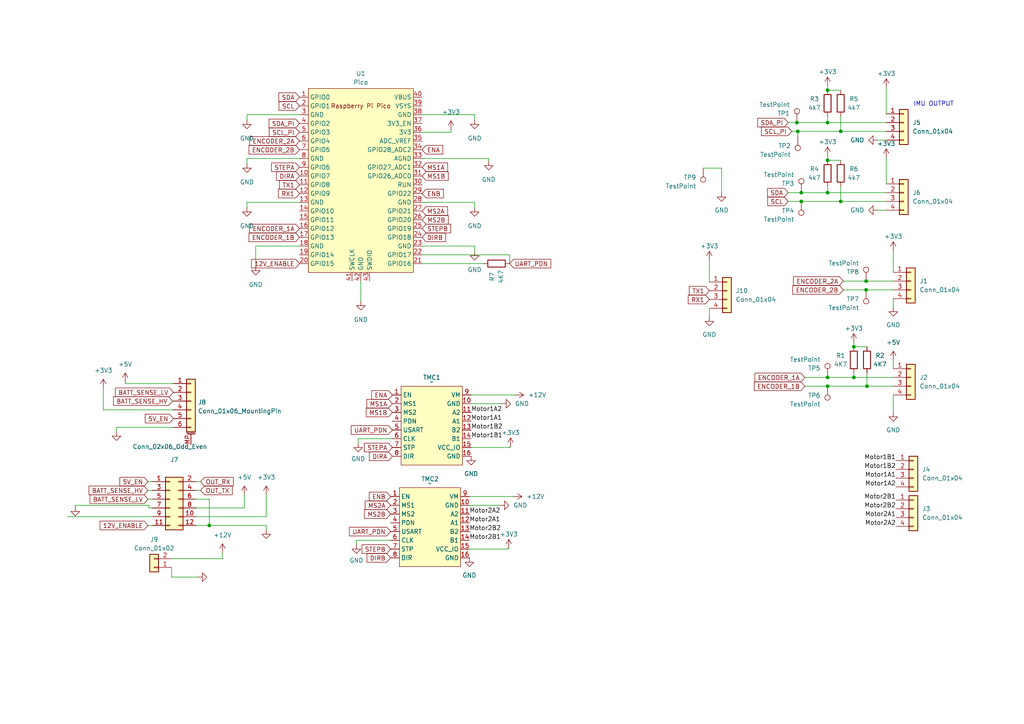
<source format=kicad_sch>
(kicad_sch (version 20231120) (generator "eeschema") (generator_version "8.0")
  (paper "A4")
  (title_block (title "Cacophony FYP E04 prototype 2") (company "FYP E04 "))
  (lib_symbols
    (symbol "Connector:TestPoint" (pin_numbers hide) (pin_names (offset 0.762) hide)
      (property "Reference" "TP" (at 0 6.858 0))
      (property "Value" "TestPoint" (at 0 5.08 0))
      (symbol "TestPoint_0_1"
        (circle (center 0 3.302) (radius 0.762))
      )
      (symbol "TestPoint_1_1"
        (pin passive line (at 0 0 90) (length 2.54) (name "1") (number "1"))
      )
    )
    (symbol "Connector_Generic:Conn_01x02" (pin_names (offset 1.016) hide)
      (property "Reference" "J" (at 0 2.54 0))
      (property "Value" "Conn_01x02" (at 0 -5.08 0))
      (symbol "Conn_01x02_1_1"
        (rectangle (start -1.27 -2.413) (end 0 -2.667) (stroke (width 0.1524)))
        (rectangle (start -1.27 0.127) (end 0 -0.127) (stroke (width 0.1524)))
        (rectangle (start -1.27 1.27) (end 1.27 -3.81) (stroke (width 0.254)) (fill (type background)))
        (pin passive line (at -5.08 0 0) (length 3.81) (name "Pin_1") (number "1"))
        (pin passive line (at -5.08 -2.54 0) (length 3.81) (name "Pin_2") (number "2"))
      )
    )
    (symbol "Connector_Generic:Conn_01x04" (pin_names (offset 1.016) hide)
      (property "Reference" "J" (at 0 5.08 0))
      (property "Value" "Conn_01x04" (at 0 -7.62 0))
      (symbol "Conn_01x04_1_1"
        (rectangle (start -1.27 -4.953) (end 0 -5.207) (stroke (width 0.1524)))
        (rectangle (start -1.27 -2.413) (end 0 -2.667) (stroke (width 0.1524)))
        (rectangle (start -1.27 0.127) (end 0 -0.127) (stroke (width 0.1524)))
        (rectangle (start -1.27 2.667) (end 0 2.413) (stroke (width 0.1524)))
        (rectangle (start -1.27 3.81) (end 1.27 -6.35) (stroke (width 0.254)) (fill (type background)))
        (pin passive line (at -5.08 2.54 0) (length 3.81) (name "Pin_1") (number "1"))
        (pin passive line (at -5.08 0 0) (length 3.81) (name "Pin_2") (number "2"))
        (pin passive line (at -5.08 -2.54 0) (length 3.81) (name "Pin_3") (number "3"))
        (pin passive line (at -5.08 -5.08 0) (length 3.81) (name "Pin_4") (number "4"))
      )
    )
    (symbol "Connector_Generic:Conn_02x06_Odd_Even" (pin_names (offset 1.016) hide)
      (property "Reference" "J" (at 1.27 7.62 0))
      (property "Value" "Conn_02x06_Odd_Even" (at 1.27 -10.16 0))
      (symbol "Conn_02x06_Odd_Even_1_1"
        (rectangle (start -1.27 -7.493) (end 0 -7.747) (stroke (width 0.1524)))
        (rectangle (start -1.27 -4.953) (end 0 -5.207) (stroke (width 0.1524)))
        (rectangle (start -1.27 -2.413) (end 0 -2.667) (stroke (width 0.1524)))
        (rectangle (start -1.27 0.127) (end 0 -0.127) (stroke (width 0.1524)))
        (rectangle (start -1.27 2.667) (end 0 2.413) (stroke (width 0.1524)))
        (rectangle (start -1.27 5.207) (end 0 4.953) (stroke (width 0.1524)))
        (rectangle (start -1.27 6.35) (end 3.81 -8.89) (stroke (width 0.254)) (fill (type background)))
        (rectangle (start 3.81 -7.493) (end 2.54 -7.747) (stroke (width 0.1524)))
        (rectangle (start 3.81 -4.953) (end 2.54 -5.207) (stroke (width 0.1524)))
        (rectangle (start 3.81 -2.413) (end 2.54 -2.667) (stroke (width 0.1524)))
        (rectangle (start 3.81 0.127) (end 2.54 -0.127) (stroke (width 0.1524)))
        (rectangle (start 3.81 2.667) (end 2.54 2.413) (stroke (width 0.1524)))
        (rectangle (start 3.81 5.207) (end 2.54 4.953) (stroke (width 0.1524)))
        (pin passive line (at -5.08 5.08 0) (length 3.81) (name "Pin_1") (number "1"))
        (pin passive line (at 7.62 -5.08 180) (length 3.81) (name "Pin_10") (number "10"))
        (pin passive line (at -5.08 -7.62 0) (length 3.81) (name "Pin_11") (number "11"))
        (pin passive line (at 7.62 -7.62 180) (length 3.81) (name "Pin_12") (number "12"))
        (pin passive line (at 7.62 5.08 180) (length 3.81) (name "Pin_2") (number "2"))
        (pin passive line (at -5.08 2.54 0) (length 3.81) (name "Pin_3") (number "3"))
        (pin passive line (at 7.62 2.54 180) (length 3.81) (name "Pin_4") (number "4"))
        (pin passive line (at -5.08 0 0) (length 3.81) (name "Pin_5") (number "5"))
        (pin passive line (at 7.62 0 180) (length 3.81) (name "Pin_6") (number "6"))
        (pin passive line (at -5.08 -2.54 0) (length 3.81) (name "Pin_7") (number "7"))
        (pin passive line (at 7.62 -2.54 180) (length 3.81) (name "Pin_8") (number "8"))
        (pin passive line (at -5.08 -5.08 0) (length 3.81) (name "Pin_9") (number "9"))
      )
    )
    (symbol "Connector_Generic_MountingPin:Conn_01x06_MountingPin" (pin_names (offset 1.016) hide)
      (property "Reference" "J" (at 0 7.62 0))
      (property "Value" "Conn_01x06_MountingPin" (at 1.27 -10.16 0))
      (symbol "Conn_01x06_MountingPin_1_1"
        (rectangle (start -1.27 -7.493) (end 0 -7.747) (stroke (width 0.1524)))
        (rectangle (start -1.27 -4.953) (end 0 -5.207) (stroke (width 0.1524)))
        (rectangle (start -1.27 -2.413) (end 0 -2.667) (stroke (width 0.1524)))
        (rectangle (start -1.27 0.127) (end 0 -0.127) (stroke (width 0.1524)))
        (rectangle (start -1.27 2.667) (end 0 2.413) (stroke (width 0.1524)))
        (rectangle (start -1.27 5.207) (end 0 4.953) (stroke (width 0.1524)))
        (rectangle (start -1.27 6.35) (end 1.27 -8.89) (stroke (width 0.254)) (fill (type background)))
        (polyline (pts (xy -1.016 -9.652) (xy 1.016 -9.652)) (stroke (width 0.1524)))
        (text "Mounting" (at 0 -9.271 0) (effects (font (size 0.381 0.381))))
        (pin passive line (at -5.08 5.08 0) (length 3.81) (name "Pin_1") (number "1"))
        (pin passive line (at -5.08 2.54 0) (length 3.81) (name "Pin_2") (number "2"))
        (pin passive line (at -5.08 0 0) (length 3.81) (name "Pin_3") (number "3"))
        (pin passive line (at -5.08 -2.54 0) (length 3.81) (name "Pin_4") (number "4"))
        (pin passive line (at -5.08 -5.08 0) (length 3.81) (name "Pin_5") (number "5"))
        (pin passive line (at -5.08 -7.62 0) (length 3.81) (name "Pin_6") (number "6"))
        (pin passive line (at 0 -12.7 90) (length 3.048) (name "MountPin") (number "MP"))
      )
    )
    (symbol "Device:R" (pin_numbers hide) (pin_names (offset 0))
      (property "Reference" "R" (at 2.032 0 90))
      (property "Value" "R" (at 0 0 90))
      (symbol "R_0_1"
        (rectangle (start -1.016 -2.54) (end 1.016 2.54) (stroke (width 0.254)))
      )
      (symbol "R_1_1"
        (pin passive line (at 0 3.81 270) (length 1.27) (name "~") (number "1"))
        (pin passive line (at 0 -3.81 90) (length 1.27) (name "~") (number "2"))
      )
    )
    (symbol "MCU_RaspberryPi_and_Boards:Pico"
      (property "Reference" "U" (at -13.97 27.94 0))
      (property "Value" "Pico" (at 0 19.05 0))
      (symbol "Pico_0_0"
        (text "Raspberry Pi Pico" (at 0 21.59 0) (effects (font (size 1.27 1.27))))
      )
      (symbol "Pico_0_1"
        (rectangle (start -15.24 26.67) (end 15.24 -26.67) (fill (type background)))
      )
      (symbol "Pico_1_1"
        (pin bidirectional line (at -17.78 24.13 0) (length 2.54) (name "GPIO0") (number "1"))
        (pin bidirectional line (at -17.78 1.27 0) (length 2.54) (name "GPIO7") (number "10"))
        (pin bidirectional line (at -17.78 -1.27 0) (length 2.54) (name "GPIO8") (number "11"))
        (pin bidirectional line (at -17.78 -3.81 0) (length 2.54) (name "GPIO9") (number "12"))
        (pin power_in line (at -17.78 -6.35 0) (length 2.54) (name "GND") (number "13"))
        (pin bidirectional line (at -17.78 -8.89 0) (length 2.54) (name "GPIO10") (number "14"))
        (pin bidirectional line (at -17.78 -11.43 0) (length 2.54) (name "GPIO11") (number "15"))
        (pin bidirectional line (at -17.78 -13.97 0) (length 2.54) (name "GPIO12") (number "16"))
        (pin bidirectional line (at -17.78 -16.51 0) (length 2.54) (name "GPIO13") (number "17"))
        (pin power_in line (at -17.78 -19.05 0) (length 2.54) (name "GND") (number "18"))
        (pin bidirectional line (at -17.78 -21.59 0) (length 2.54) (name "GPIO14") (number "19"))
        (pin bidirectional line (at -17.78 21.59 0) (length 2.54) (name "GPIO1") (number "2"))
        (pin bidirectional line (at -17.78 -24.13 0) (length 2.54) (name "GPIO15") (number "20"))
        (pin bidirectional line (at 17.78 -24.13 180) (length 2.54) (name "GPIO16") (number "21"))
        (pin bidirectional line (at 17.78 -21.59 180) (length 2.54) (name "GPIO17") (number "22"))
        (pin power_in line (at 17.78 -19.05 180) (length 2.54) (name "GND") (number "23"))
        (pin bidirectional line (at 17.78 -16.51 180) (length 2.54) (name "GPIO18") (number "24"))
        (pin bidirectional line (at 17.78 -13.97 180) (length 2.54) (name "GPIO19") (number "25"))
        (pin bidirectional line (at 17.78 -11.43 180) (length 2.54) (name "GPIO20") (number "26"))
        (pin bidirectional line (at 17.78 -8.89 180) (length 2.54) (name "GPIO21") (number "27"))
        (pin power_in line (at 17.78 -6.35 180) (length 2.54) (name "GND") (number "28"))
        (pin bidirectional line (at 17.78 -3.81 180) (length 2.54) (name "GPIO22") (number "29"))
        (pin power_in line (at -17.78 19.05 0) (length 2.54) (name "GND") (number "3"))
        (pin input line (at 17.78 -1.27 180) (length 2.54) (name "RUN") (number "30"))
        (pin bidirectional line (at 17.78 1.27 180) (length 2.54) (name "GPIO26_ADC0") (number "31"))
        (pin bidirectional line (at 17.78 3.81 180) (length 2.54) (name "GPIO27_ADC1") (number "32"))
        (pin power_in line (at 17.78 6.35 180) (length 2.54) (name "AGND") (number "33"))
        (pin bidirectional line (at 17.78 8.89 180) (length 2.54) (name "GPIO28_ADC2") (number "34"))
        (pin power_in line (at 17.78 11.43 180) (length 2.54) (name "ADC_VREF") (number "35"))
        (pin power_in line (at 17.78 13.97 180) (length 2.54) (name "3V3") (number "36"))
        (pin input line (at 17.78 16.51 180) (length 2.54) (name "3V3_EN") (number "37"))
        (pin bidirectional line (at 17.78 19.05 180) (length 2.54) (name "GND") (number "38"))
        (pin power_in line (at 17.78 21.59 180) (length 2.54) (name "VSYS") (number "39"))
        (pin bidirectional line (at -17.78 16.51 0) (length 2.54) (name "GPIO2") (number "4"))
        (pin power_in line (at 17.78 24.13 180) (length 2.54) (name "VBUS") (number "40"))
        (pin input line (at -2.54 -29.21 90) (length 2.54) (name "SWCLK") (number "41"))
        (pin power_in line (at 0 -29.21 90) (length 2.54) (name "GND") (number "42"))
        (pin bidirectional line (at 2.54 -29.21 90) (length 2.54) (name "SWDIO") (number "43"))
        (pin bidirectional line (at -17.78 13.97 0) (length 2.54) (name "GPIO3") (number "5"))
        (pin bidirectional line (at -17.78 11.43 0) (length 2.54) (name "GPIO4") (number "6"))
        (pin bidirectional line (at -17.78 8.89 0) (length 2.54) (name "GPIO5") (number "7"))
        (pin power_in line (at -17.78 6.35 0) (length 2.54) (name "GND") (number "8"))
        (pin bidirectional line (at -17.78 3.81 0) (length 2.54) (name "GPIO6") (number "9"))
      )
    )
    (symbol "TMC2209_2"
      (property "Reference" "TMC1" (at 0 1.27 0))
      (property "Value" "~" (at 0 0 0))
      (symbol "TMC2209_2_1_1"
        (rectangle (start -8.89 -1.27) (end 8.89 -24.13) (fill (type background)))
        (pin input line (at -11.43 -3.81 0) (length 2.54) (name "EN") (number "1"))
        (pin power_in line (at 11.43 -6.35 180) (length 2.54) (name "GND") (number "10"))
        (pin output line (at 11.43 -8.89 180) (length 2.54) (name "A2") (number "11"))
        (pin input line (at 11.43 -11.43 180) (length 2.54) (name "A1") (number "12"))
        (pin output line (at 11.43 -13.97 180) (length 2.54) (name "B2") (number "13"))
        (pin output line (at 11.43 -16.51 180) (length 2.54) (name "B1") (number "14"))
        (pin input line (at 11.43 -19.05 180) (length 2.54) (name "VCC_IO") (number "15"))
        (pin input line (at 11.43 -21.59 180) (length 2.54) (name "GND") (number "16"))
        (pin input line (at -11.43 -6.35 0) (length 2.54) (name "MS1") (number "2"))
        (pin output line (at -11.43 -8.89 0) (length 2.54) (name "MS2") (number "3"))
        (pin output line (at -11.43 -11.43 0) (length 2.54) (name "PDN") (number "4"))
        (pin output line (at -11.43 -13.97 0) (length 2.54) (name "USART") (number "5"))
        (pin output line (at -11.43 -16.51 0) (length 2.54) (name "CLK") (number "6"))
        (pin input line (at -11.43 -19.05 0) (length 2.54) (name "STP") (number "7"))
        (pin input line (at -11.43 -21.59 0) (length 2.54) (name "DIR") (number "8"))
        (pin power_in line (at 11.43 -3.81 180) (length 2.54) (name "VM") (number "9"))
      )
    )
    (symbol "power:+12V" (power) (pin_names (offset 0))
      (property "Value" "+12V" (at 0 3.556 0))
      (symbol "+12V_0_1"
        (polyline (pts (xy -0.762 1.27) (xy 0 2.54)))
        (polyline (pts (xy 0 0) (xy 0 2.54)))
        (polyline (pts (xy 0 2.54) (xy 0.762 1.27)))
      )
      (symbol "+12V_1_1"
        (pin power_in line (at 0 0 90) (length 0) hide (name "+12V") (number "1"))
      )
    )
    (symbol "power:+3V3" (power) (pin_names (offset 0))
      (property "Value" "+3V3" (at 0 3.556 0))
      (symbol "+3V3_0_1"
        (polyline (pts (xy -0.762 1.27) (xy 0 2.54)))
        (polyline (pts (xy 0 0) (xy 0 2.54)))
        (polyline (pts (xy 0 2.54) (xy 0.762 1.27)))
      )
      (symbol "+3V3_1_1"
        (pin power_in line (at 0 0 90) (length 0) hide (name "+3V3") (number "1"))
      )
    )
    (symbol "power:+5V" (power) (pin_names (offset 0))
      (property "Value" "+5V" (at 0 3.556 0))
      (symbol "+5V_0_1"
        (polyline (pts (xy -0.762 1.27) (xy 0 2.54)))
        (polyline (pts (xy 0 0) (xy 0 2.54)))
        (polyline (pts (xy 0 2.54) (xy 0.762 1.27)))
      )
      (symbol "+5V_1_1"
        (pin power_in line (at 0 0 90) (length 0) hide (name "+5V") (number "1"))
      )
    )
    (symbol "power:GND" (power) (pin_names (offset 0))
      (property "Value" "GND" (at 0 -3.81 0))
      (symbol "GND_0_1"
        (polyline (pts (xy 0 0) (xy 0 -1.27) (xy 1.27 -1.27) (xy 0 -2.54) (xy -1.27 -1.27) (xy 0 -1.27)))
      )
      (symbol "GND_1_1"
        (pin power_in line (at 0 0 270) (length 0) hide (name "GND") (number "1"))
      )
    )
  )
  (junction (at 243.84 38.1))
  (junction (at 240.03 35.56))
  (junction (at 232.41 58.42))
  (junction (at 247.65 100.584))
  (junction (at 240.03 112.014))
  (junction (at 231.394 38.1))
  (junction (at 251.206 81.534))
  (junction (at 247.65 109.474))
  (junction (at 240.03 55.88))
  (junction (at 240.03 26.162))
  (junction (at 232.41 55.88))
  (junction (at 240.03 109.474))
  (junction (at 243.84 58.42))
  (junction (at 251.46 112.014))
  (junction (at 240.03 46.482))
  (junction (at 251.206 84.074))
  (junction (at 60.706 152.4))
  (junction (at 231.14 35.56))
  (wire (pts (xy 251.46 108.204) (xy 251.46 112.014)))
  (wire (pts (xy 21.844 146.558) (xy 43.18 146.558)))
  (wire (pts (xy 21.844 146.558) (xy 21.844 147.066)))
  (wire (pts (xy 137.668 60.198) (xy 137.668 58.674)))
  (wire (pts (xy 240.03 54.102) (xy 240.03 55.88)))
  (wire (pts (xy 203.962 48.768) (xy 209.296 48.768)))
  (wire (pts (xy 243.84 33.782) (xy 243.84 38.1)))
  (wire (pts (xy 231.394 38.1) (xy 231.394 39.624)))
  (wire (pts (xy 71.628 47.498) (xy 71.628 45.974)))
  (wire (pts (xy 64.516 162.052) (xy 64.516 160.274)))
  (wire (pts (xy 77.216 152.4) (xy 60.706 152.4)))
  (wire (pts (xy 147.32 159.258) (xy 136.144 159.258)))
  (wire (pts (xy 19.558 149.86) (xy 44.196 149.86)))
  (wire (pts (xy 247.65 108.204) (xy 247.65 109.474)))
  (wire (pts (xy 251.206 81.534) (xy 259.08 81.534)))
  (wire (pts (xy 229.616 38.1) (xy 231.394 38.1)))
  (wire (pts (xy 29.972 118.872) (xy 50.292 118.872)))
  (wire (pts (xy 228.6 55.88) (xy 232.41 55.88)))
  (wire (pts (xy 149.352 114.554) (xy 136.652 114.554)))
  (wire (pts (xy 113.284 156.718) (xy 103.378 156.718)))
  (wire (pts (xy 130.81 37.592) (xy 130.81 38.354)))
  (wire (pts (xy 137.668 33.274) (xy 122.428 33.274)))
  (wire (pts (xy 122.428 38.354) (xy 130.81 38.354)))
  (wire (pts (xy 33.782 123.952) (xy 33.782 125.222)))
  (wire (pts (xy 113.792 127.254) (xy 103.886 127.254)))
  (wire (pts (xy 240.03 33.782) (xy 240.03 35.56)))
  (wire (pts (xy 43.18 146.558) (xy 43.18 147.32)))
  (wire (pts (xy 243.84 58.42) (xy 257.048 58.42)))
  (wire (pts (xy 42.926 139.7) (xy 44.196 139.7)))
  (wire (pts (xy 231.394 38.1) (xy 243.84 38.1)))
  (wire (pts (xy 259.08 114.554) (xy 259.08 119.634)))
  (wire (pts (xy 251.206 84.074) (xy 259.08 84.074)))
  (wire (pts (xy 244.602 81.534) (xy 251.206 81.534)))
  (wire (pts (xy 251.46 112.014) (xy 259.08 112.014)))
  (wire (pts (xy 228.6 58.42) (xy 232.41 58.42)))
  (wire (pts (xy 240.03 35.56) (xy 257.048 35.56)))
  (wire (pts (xy 240.03 55.88) (xy 257.048 55.88)))
  (wire (pts (xy 71.628 58.674) (xy 86.868 58.674)))
  (wire (pts (xy 58.166 139.7) (xy 56.896 139.7)))
  (wire (pts (xy 70.866 143.51) (xy 70.866 147.32)))
  (wire (pts (xy 137.668 72.898) (xy 137.668 71.374)))
  (wire (pts (xy 49.784 167.386) (xy 49.784 164.592)))
  (wire (pts (xy 205.74 75.438) (xy 205.74 81.788)))
  (wire (pts (xy 74.168 71.374) (xy 74.168 77.216)))
  (wire (pts (xy 259.08 86.614) (xy 259.08 89.154)))
  (wire (pts (xy 137.668 34.798) (xy 137.668 33.274)))
  (wire (pts (xy 29.972 118.872) (xy 29.972 112.522)))
  (wire (pts (xy 147.828 129.794) (xy 136.652 129.794)))
  (wire (pts (xy 137.668 58.674) (xy 122.428 58.674)))
  (wire (pts (xy 244.602 84.074) (xy 251.206 84.074)))
  (wire (pts (xy 104.648 81.534) (xy 104.648 87.376)))
  (wire (pts (xy 103.378 156.718) (xy 103.378 157.988)))
  (wire (pts (xy 136.652 117.094) (xy 145.542 117.094)))
  (wire (pts (xy 254.508 60.96) (xy 257.048 60.96)))
  (wire (pts (xy 243.84 54.102) (xy 243.84 58.42)))
  (wire (pts (xy 254.508 40.64) (xy 257.048 40.64)))
  (wire (pts (xy 240.03 24.892) (xy 240.03 26.162)))
  (wire (pts (xy 232.41 58.42) (xy 243.84 58.42)))
  (wire (pts (xy 141.732 45.974) (xy 122.428 45.974)))
  (wire (pts (xy 42.926 142.24) (xy 44.196 142.24)))
  (wire (pts (xy 228.6 35.56) (xy 231.14 35.56)))
  (wire (pts (xy 43.18 147.32) (xy 44.196 147.32)))
  (wire (pts (xy 56.896 152.4) (xy 60.706 152.4)))
  (wire (pts (xy 49.784 167.386) (xy 57.404 167.386)))
  (wire (pts (xy 240.03 26.162) (xy 243.84 26.162)))
  (wire (pts (xy 56.896 147.32) (xy 70.866 147.32)))
  (wire (pts (xy 240.03 46.482) (xy 243.84 46.482)))
  (wire (pts (xy 74.168 71.374) (xy 86.868 71.374)))
  (wire (pts (xy 33.782 123.952) (xy 50.292 123.952)))
  (wire (pts (xy 231.14 35.56) (xy 240.03 35.56)))
  (wire (pts (xy 42.926 152.4) (xy 44.196 152.4)))
  (wire (pts (xy 240.03 109.474) (xy 247.65 109.474)))
  (wire (pts (xy 71.628 60.198) (xy 71.628 58.674)))
  (wire (pts (xy 137.668 71.374) (xy 122.428 71.374)))
  (wire (pts (xy 247.65 100.584) (xy 251.46 100.584)))
  (wire (pts (xy 136.144 146.558) (xy 145.034 146.558)))
  (wire (pts (xy 42.926 144.78) (xy 44.196 144.78)))
  (wire (pts (xy 71.628 33.274) (xy 86.868 33.274)))
  (wire (pts (xy 122.428 73.914) (xy 147.828 73.914)))
  (wire (pts (xy 147.828 76.454) (xy 147.828 73.914)))
  (wire (pts (xy 147.32 159.004) (xy 147.32 159.258)))
  (wire (pts (xy 233.426 109.474) (xy 240.03 109.474)))
  (wire (pts (xy 122.428 76.454) (xy 140.208 76.454)))
  (wire (pts (xy 209.296 48.768) (xy 209.296 55.88)))
  (wire (pts (xy 240.03 45.212) (xy 240.03 46.482)))
  (wire (pts (xy 50.292 111.252) (xy 36.322 111.252)))
  (wire (pts (xy 60.706 152.4) (xy 60.706 144.78)))
  (wire (pts (xy 148.844 144.018) (xy 136.144 144.018)))
  (wire (pts (xy 71.628 34.798) (xy 71.628 33.274)))
  (wire (pts (xy 257.048 45.72) (xy 257.048 53.34)))
  (wire (pts (xy 77.216 149.86) (xy 77.216 143.51)))
  (wire (pts (xy 71.628 45.974) (xy 86.868 45.974)))
  (wire (pts (xy 148.082 129.54) (xy 147.828 129.54)))
  (wire (pts (xy 49.784 162.052) (xy 64.516 162.052)))
  (wire (pts (xy 259.08 104.394) (xy 259.08 106.934)))
  (wire (pts (xy 259.08 72.644) (xy 259.08 78.994)))
  (wire (pts (xy 147.574 159.004) (xy 147.32 159.004)))
  (wire (pts (xy 232.41 55.88) (xy 240.03 55.88)))
  (wire (pts (xy 36.322 110.744) (xy 36.322 111.252)))
  (wire (pts (xy 77.216 152.4) (xy 77.216 153.67)))
  (wire (pts (xy 205.74 89.408) (xy 205.74 91.948)))
  (wire (pts (xy 247.65 109.474) (xy 259.08 109.474)))
  (wire (pts (xy 243.84 38.1) (xy 257.048 38.1)))
  (wire (pts (xy 103.886 127.254) (xy 103.886 128.524)))
  (wire (pts (xy 233.426 112.014) (xy 240.03 112.014)))
  (wire (pts (xy 257.048 25.4) (xy 257.048 33.02)))
  (wire (pts (xy 56.896 149.86) (xy 77.216 149.86)))
  (wire (pts (xy 56.896 142.24) (xy 58.166 142.24)))
  (wire (pts (xy 50.038 116.332) (xy 50.292 116.332)))
  (wire (pts (xy 141.732 46.736) (xy 141.732 45.974)))
  (wire (pts (xy 240.03 112.014) (xy 251.46 112.014)))
  (wire (pts (xy 56.896 144.78) (xy 60.706 144.78)))
  (wire (pts (xy 247.65 99.314) (xy 247.65 100.584)))
  (wire (pts (xy 147.828 129.54) (xy 147.828 129.794)))
  (text "IMU OUTPUT\n" (at 264.922 30.988 0) (effects (font (size 1.27 1.27)) (justify left bottom)))
  (label "Motor1B2" (at 259.842 136.144 180))
  (label "Motor1A2" (at 136.652 119.634 0))
  (label "Motor1B1" (at 136.652 127.254 0))
  (label "Motor1B2" (at 136.652 124.714 0))
  (label "Motor1A1" (at 259.842 138.684 180))
  (label "Motor1A1" (at 136.652 122.174 0))
  (label "Motor2A2" (at 259.842 152.654 180))
  (label "Motor1A2" (at 259.842 141.224 180))
  (label "Motor2B1" (at 259.842 145.034 180))
  (label "Motor2A2" (at 136.144 149.098 0))
  (label "Motor1B1" (at 259.842 133.604 180))
  (label "Motor2B1" (at 136.144 156.718 0))
  (label "Motor2B2" (at 136.144 154.178 0))
  (label "Motor2B2" (at 259.842 147.574 180))
  (label "Motor2A1" (at 259.842 150.114 180))
  (label "Motor2A1" (at 136.144 151.638 0))
  (global_label "SDA_PI" (shape input) (at 86.868 35.814 180) (property "Intersheetrefs" "${INTERSHEET_REFS}" (effects (hide yes))))
  (global_label "ENA" (shape input) (at 113.792 114.554 180) (property "Intersheetrefs" "${INTERSHEET_REFS}" (effects (hide yes))))
  (global_label "ENCODER_2B" (shape input) (at 86.868 43.434 180) (property "Intersheetrefs" "${INTERSHEET_REFS}" (effects (hide yes))))
  (global_label "MS2A" (shape input) (at 122.428 61.214 0) (property "Intersheetrefs" "${INTERSHEET_REFS}" (effects (hide yes))))
  (global_label "ENCODER_1B" (shape input) (at 86.868 68.834 180) (property "Intersheetrefs" "${INTERSHEET_REFS}" (effects (hide yes))))
  (global_label "12V_ENABLE" (shape input) (at 86.868 76.454 180) (property "Intersheetrefs" "${INTERSHEET_REFS}" (effects (hide yes))))
  (global_label "SDA_PI" (shape input) (at 228.6 35.56 180) (property "Intersheetrefs" "${INTERSHEET_REFS}" (effects (hide yes))))
  (global_label "ENA" (shape input) (at 122.428 43.434 0) (property "Intersheetrefs" "${INTERSHEET_REFS}" (effects (hide yes))))
  (global_label "OUT_TX" (shape input) (at 58.166 142.24 0) (property "Intersheetrefs" "${INTERSHEET_REFS}" (effects (hide yes))))
  (global_label "MS2B" (shape input) (at 122.428 63.754 0) (property "Intersheetrefs" "${INTERSHEET_REFS}" (effects (hide yes))))
  (global_label "TX1" (shape input) (at 86.868 53.594 180) (property "Intersheetrefs" "${INTERSHEET_REFS}" (effects (hide yes))))
  (global_label "SCL" (shape input) (at 86.868 30.734 180) (property "Intersheetrefs" "${INTERSHEET_REFS}" (effects (hide yes))))
  (global_label "DIRA" (shape input) (at 113.792 132.334 180) (property "Intersheetrefs" "${INTERSHEET_REFS}" (effects (hide yes))))
  (global_label "5V_EN" (shape input) (at 42.926 139.7 180) (property "Intersheetrefs" "${INTERSHEET_REFS}" (effects (hide yes))))
  (global_label "12V_ENABLE" (shape input) (at 42.926 152.4 180) (property "Intersheetrefs" "${INTERSHEET_REFS}" (effects (hide yes))))
  (global_label "ENCODER_2B" (shape input) (at 244.602 84.074 180) (property "Intersheetrefs" "${INTERSHEET_REFS}" (effects (hide yes))))
  (global_label "ENCODER_1B" (shape input) (at 233.426 112.014 180) (property "Intersheetrefs" "${INTERSHEET_REFS}" (effects (hide yes))))
  (global_label "STEPB" (shape input) (at 113.284 159.258 180) (property "Intersheetrefs" "${INTERSHEET_REFS}" (effects (hide yes))))
  (global_label "SDA" (shape input) (at 86.868 28.194 180) (property "Intersheetrefs" "${INTERSHEET_REFS}" (effects (hide yes))))
  (global_label "MS1B" (shape input) (at 113.792 119.634 180) (property "Intersheetrefs" "${INTERSHEET_REFS}" (effects (hide yes))))
  (global_label "5V_EN" (shape input) (at 50.292 121.412 180) (property "Intersheetrefs" "${INTERSHEET_REFS}" (effects (hide yes))))
  (global_label "BATT_SENSE_HV" (shape input) (at 42.926 142.24 180) (property "Intersheetrefs" "${INTERSHEET_REFS}" (effects (hide yes))))
  (global_label "BATT_SENSE_HV" (shape input) (at 50.038 116.332 180) (property "Intersheetrefs" "${INTERSHEET_REFS}" (effects (hide yes))))
  (global_label "SCL" (shape input) (at 228.6 58.42 180) (property "Intersheetrefs" "${INTERSHEET_REFS}" (effects (hide yes))))
  (global_label "SCL_PI" (shape input) (at 229.616 38.1 180) (property "Intersheetrefs" "${INTERSHEET_REFS}" (effects (hide yes))))
  (global_label "MS2A" (shape input) (at 113.284 146.558 180) (property "Intersheetrefs" "${INTERSHEET_REFS}" (effects (hide yes))))
  (global_label "SDA" (shape input) (at 228.6 55.88 180) (property "Intersheetrefs" "${INTERSHEET_REFS}" (effects (hide yes))))
  (global_label "DIRA" (shape input) (at 86.868 51.054 180) (property "Intersheetrefs" "${INTERSHEET_REFS}" (effects (hide yes))))
  (global_label "STEPB" (shape input) (at 122.428 66.294 0) (property "Intersheetrefs" "${INTERSHEET_REFS}" (effects (hide yes))))
  (global_label "TX1" (shape input) (at 205.74 84.328 180) (property "Intersheetrefs" "${INTERSHEET_REFS}" (effects (hide yes))))
  (global_label "UART_PDN" (shape input) (at 113.284 154.178 180) (property "Intersheetrefs" "${INTERSHEET_REFS}" (effects (hide yes))))
  (global_label "ENB" (shape input) (at 122.428 56.134 0) (property "Intersheetrefs" "${INTERSHEET_REFS}" (effects (hide yes))))
  (global_label "OUT_RX" (shape input) (at 58.166 139.7 0) (property "Intersheetrefs" "${INTERSHEET_REFS}" (effects (hide yes))))
  (global_label "ENCODER_1A" (shape input) (at 233.426 109.474 180) (property "Intersheetrefs" "${INTERSHEET_REFS}" (effects (hide yes))))
  (global_label "ENCODER_2A" (shape input) (at 244.602 81.534 180) (property "Intersheetrefs" "${INTERSHEET_REFS}" (effects (hide yes))))
  (global_label "MS1B" (shape input) (at 122.428 51.054 0) (property "Intersheetrefs" "${INTERSHEET_REFS}" (effects (hide yes))))
  (global_label "DIRB" (shape input) (at 122.428 68.834 0) (property "Intersheetrefs" "${INTERSHEET_REFS}" (effects (hide yes))))
  (global_label "STEPA" (shape input) (at 86.868 48.514 180) (property "Intersheetrefs" "${INTERSHEET_REFS}" (effects (hide yes))))
  (global_label "ENCODER_2A" (shape input) (at 86.868 40.894 180) (property "Intersheetrefs" "${INTERSHEET_REFS}" (effects (hide yes))))
  (global_label "ENB" (shape input) (at 113.284 144.018 180) (property "Intersheetrefs" "${INTERSHEET_REFS}" (effects (hide yes))))
  (global_label "ENCODER_1A" (shape input) (at 86.868 66.294 180) (property "Intersheetrefs" "${INTERSHEET_REFS}" (effects (hide yes))))
  (global_label "UART_PDN" (shape input) (at 113.792 124.714 180) (property "Intersheetrefs" "${INTERSHEET_REFS}" (effects (hide yes))))
  (global_label "STEPA" (shape input) (at 113.792 129.794 180) (property "Intersheetrefs" "${INTERSHEET_REFS}" (effects (hide yes))))
  (global_label "RX1" (shape input) (at 205.74 86.868 180) (property "Intersheetrefs" "${INTERSHEET_REFS}" (effects (hide yes))))
  (global_label "BATT_SENSE_LV" (shape input) (at 50.292 113.792 180) (property "Intersheetrefs" "${INTERSHEET_REFS}" (effects (hide yes))))
  (global_label "SCL_PI" (shape input) (at 86.868 38.354 180) (property "Intersheetrefs" "${INTERSHEET_REFS}" (effects (hide yes))))
  (global_label "MS1A" (shape input) (at 122.428 48.514 0) (property "Intersheetrefs" "${INTERSHEET_REFS}" (effects (hide yes))))
  (global_label "MS2B" (shape input) (at 113.284 149.098 180) (property "Intersheetrefs" "${INTERSHEET_REFS}" (effects (hide yes))))
  (global_label "DIRB" (shape input) (at 113.284 161.798 180) (property "Intersheetrefs" "${INTERSHEET_REFS}" (effects (hide yes))))
  (global_label "MS1A" (shape input) (at 113.792 117.094 180) (property "Intersheetrefs" "${INTERSHEET_REFS}" (effects (hide yes))))
  (global_label "UART_PDN" (shape input) (at 147.828 76.454 0) (property "Intersheetrefs" "${INTERSHEET_REFS}" (effects (hide yes))))
  (global_label "RX1" (shape input) (at 86.868 56.134 180) (property "Intersheetrefs" "${INTERSHEET_REFS}" (effects (hide yes))))
  (global_label "BATT_SENSE_LV" (shape input) (at 42.926 144.78 180) (property "Intersheetrefs" "${INTERSHEET_REFS}" (effects (hide yes))))
  (symbol (lib_id "Connector_Generic:Conn_01x04") (at 264.922 147.574 0) (unit 1)
    (property "Reference" "J3" (at 267.462 147.574 0) (effects (justify left)))
    (property "Value" "Conn_01x04" (at 267.462 150.114 0) (effects (justify left)))
    (property "Footprint" "Connector_JST:JST_XH_S4B-XH-A_1x04_P2.50mm_Horizontal" (effects (hide yes)))
  )
  (symbol (lib_id "power:GND") (at 137.668 34.798 0) (mirror y) (unit 1)
    (property "Reference" "#PWR016" (effects (hide yes)))
    (property "Value" "GND" (at 137.668 40.132 0))
  )
  (symbol (lib_id "power:GND") (at 21.844 147.066 0) (mirror y) (unit 1)
    (property "Reference" "#PWR035" (effects (hide yes)))
    (property "Value" "GND" (effects (hide yes)))
  )
  (symbol (lib_name "TMC2209_2") (lib_id "TMC2209:TMC2209") (at 125.222 110.744 0) (unit 1)
    (property "Reference" "TMC1" (at 125.222 109.474 0))
    (property "Value" "~" (at 125.222 110.744 0))
    (property "Footprint" "TMC2209:MODULE_TMC2209_SILENTSTEPSTICK" (effects (hide yes)))
  )
  (symbol (lib_id "power:GND") (at 71.628 47.498 0) (unit 1)
    (property "Reference" "#PWR014" (effects (hide yes)))
    (property "Value" "GND" (at 71.628 52.832 0))
  )
  (symbol (lib_id "power:+12V") (at 64.516 160.274 0) (unit 1)
    (property "Reference" "#PWR034" (effects (hide yes)))
    (property "Value" "+12V" (at 64.516 155.194 0))
  )
  (symbol (lib_id "Connector_Generic_MountingPin:Conn_01x06_MountingPin") (at 55.372 116.332 0) (unit 1)
    (property "Reference" "J8" (at 57.404 116.6876 0) (effects (justify left)))
    (property "Value" "Conn_01x06_MountingPin" (at 57.404 119.2276 0) (effects (justify left)))
    (property "Footprint" "Connector_JST:JST_XH_S6B-XH-A-1_1x06_P2.50mm_Horizontal" (effects (hide yes)))
  )
  (symbol (lib_id "power:GND") (at 103.886 128.524 0) (unit 1)
    (property "Reference" "#PWR037" (effects (hide yes)))
    (property "Value" "GND" (at 103.886 133.096 0))
  )
  (symbol (lib_id "Connector_Generic:Conn_01x04") (at 262.128 35.56 0) (unit 1)
    (property "Reference" "J5" (at 264.668 35.56 0) (effects (justify left)))
    (property "Value" "Conn_01x04" (at 264.668 38.1 0) (effects (justify left)))
    (property "Footprint" "Connector_JST:JST_XH_S4B-XH-A_1x04_P2.50mm_Horizontal" (effects (hide yes)))
  )
  (symbol (lib_id "power:GND") (at 74.168 77.216 0) (unit 1)
    (property "Reference" "#PWR012" (effects (hide yes)))
    (property "Value" "GND" (at 74.168 82.55 0))
  )
  (symbol (lib_id "Connector:TestPoint") (at 251.206 84.074 0) (mirror x) (unit 1)
    (property "Reference" "TP7" (at 249.174 86.741 0) (effects (justify right)))
    (property "Value" "TestPoint" (at 249.174 89.281 0) (effects (justify right)))
    (property "Footprint" "TestPoint:TestPoint_Pad_1.5x1.5mm" (effects (hide yes)))
  )
  (symbol (lib_id "Device:R") (at 243.84 29.972 180) (unit 1)
    (property "Reference" "R5" (at 247.65 28.702 0))
    (property "Value" "4k7" (at 247.65 31.242 0))
    (property "Footprint" "Resistor_SMD:R_0603_1608Metric" (effects (hide yes)))
  )
  (symbol (lib_id "power:+3V3") (at 147.574 159.004 0) (mirror y) (unit 1)
    (property "Reference" "#PWR07" (effects (hide yes)))
    (property "Value" "+3V3" (at 147.574 154.94 0))
  )
  (symbol (lib_id "power:GND") (at 145.034 146.558 90) (mirror x) (unit 1)
    (property "Reference" "#PWR04" (effects (hide yes)))
    (property "Value" "GND" (at 148.844 146.558 90) (effects (justify right)))
  )
  (symbol (lib_id "power:GND") (at 259.08 89.154 0) (unit 1)
    (property "Reference" "#PWR09" (effects (hide yes)))
    (property "Value" "GND" (at 259.08 94.234 0))
  )
  (symbol (lib_id "power:GND") (at 145.542 117.094 90) (mirror x) (unit 1)
    (property "Reference" "#PWR06" (effects (hide yes)))
    (property "Value" "GND" (at 149.352 117.094 90) (effects (justify right)))
  )
  (symbol (lib_id "power:GND") (at 57.404 167.386 90) (mirror x) (unit 1)
    (property "Reference" "#PWR040" (effects (hide yes)))
    (property "Value" "GND" (effects (hide yes)))
  )
  (symbol (lib_id "power:+3V3") (at 257.048 25.4 0) (mirror y) (unit 1)
    (property "Reference" "#PWR024" (effects (hide yes)))
    (property "Value" "+3V3" (at 257.048 21.336 0))
  )
  (symbol (lib_id "power:+3V3") (at 77.216 143.51 0) (unit 1)
    (property "Reference" "#PWR027" (effects (hide yes)))
    (property "Value" "+3V3" (at 77.216 138.43 0))
  )
  (symbol (lib_id "power:+3V3") (at 240.03 24.892 0) (mirror y) (unit 1)
    (property "Reference" "#PWR020" (effects (hide yes)))
    (property "Value" "+3V3" (at 240.03 20.828 0))
  )
  (symbol (lib_id "power:GND") (at 205.74 91.948 0) (unit 1)
    (property "Reference" "#PWR042" (effects (hide yes)))
    (property "Value" "GND" (at 205.74 97.028 0))
  )
  (symbol (lib_id "power:+5V") (at 70.866 143.51 0) (unit 1)
    (property "Reference" "#PWR026" (effects (hide yes)))
    (property "Value" "+5V" (at 70.866 138.43 0))
  )
  (symbol (lib_id "Device:R") (at 240.03 29.972 180) (unit 1)
    (property "Reference" "R3" (at 236.22 28.702 0))
    (property "Value" "4k7" (at 236.22 31.242 0))
    (property "Footprint" "Resistor_SMD:R_0603_1608Metric" (effects (hide yes)))
  )
  (symbol (lib_name "TMC2209_2") (lib_id "TMC2209:TMC2209") (at 124.714 140.208 0) (unit 1)
    (property "Reference" "TMC2" (at 124.714 138.938 0))
    (property "Value" "~" (at 124.714 140.208 0))
    (property "Footprint" "TMC2209:MODULE_TMC2209_SILENTSTEPSTICK" (effects (hide yes)))
  )
  (symbol (lib_id "power:+5V") (at 36.322 110.744 0) (mirror y) (unit 1)
    (property "Reference" "#PWR029" (effects (hide yes)))
    (property "Value" "+5V" (at 36.322 105.664 0))
  )
  (symbol (lib_id "Connector_Generic:Conn_02x06_Odd_Even") (at 49.276 144.78 0) (unit 1)
    (property "Reference" "J7" (at 50.546 133.35 0))
    (property "Value" "Conn_02x06_Odd_Even" (at 49.276 129.54 0))
    (property "Footprint" "Connector_PinSocket_2.00mm:PinSocket_2x06_P2.00mm_Vertical_SMD" (effects (hide yes)))
    (property "Digikey" "2073-BF060-12A-B-0600-0280-0305-L-D-ND" (effects (hide yes)))
    (property "LCSC" "C7086099" (effects (hide yes)))
  )
  (symbol (lib_id "power:+5V") (at 259.08 104.394 0) (unit 1)
    (property "Reference" "#PWR08" (effects (hide yes)))
    (property "Value" "+5V" (at 259.08 99.314 0))
  )
  (symbol (lib_id "power:+3V3") (at 29.972 112.522 0) (mirror y) (unit 1)
    (property "Reference" "#PWR030" (effects (hide yes)))
    (property "Value" "+3V3" (at 29.972 107.442 0))
  )
  (symbol (lib_id "power:+3V3") (at 205.74 75.438 0) (mirror y) (unit 1)
    (property "Reference" "#PWR041" (effects (hide yes)))
    (property "Value" "+3V3" (at 205.74 71.374 0))
  )
  (symbol (lib_id "power:GND") (at 77.216 153.67 0) (mirror y) (unit 1)
    (property "Reference" "#PWR028" (effects (hide yes)))
    (property "Value" "GND" (effects (hide yes)))
  )
  (symbol (lib_id "power:GND") (at 137.668 60.198 0) (mirror y) (unit 1)
    (property "Reference" "#PWR017" (effects (hide yes)))
    (property "Value" "GND" (at 137.668 65.532 0))
  )
  (symbol (lib_id "Connector:TestPoint") (at 240.03 109.474 0) (unit 1)
    (property "Reference" "TP5" (at 237.998 106.807 0) (effects (justify right)))
    (property "Value" "TestPoint" (at 237.998 104.267 0) (effects (justify right)))
    (property "Footprint" "TestPoint:TestPoint_Pad_1.5x1.5mm" (effects (hide yes)))
  )
  (symbol (lib_id "power:GND") (at 209.296 55.88 0) (unit 1)
    (property "Reference" "#PWR043" (effects (hide yes)))
    (property "Value" "GND" (at 209.296 60.96 0))
  )
  (symbol (lib_id "power:GND") (at 33.782 125.222 0) (unit 1)
    (property "Reference" "#PWR031" (effects (hide yes)))
    (property "Value" "GND" (effects (hide yes)))
  )
  (symbol (lib_id "power:GND") (at 136.652 132.334 0) (mirror y) (unit 1)
    (property "Reference" "#PWR01" (effects (hide yes)))
    (property "Value" "GND" (at 136.652 137.414 0))
  )
  (symbol (lib_id "Connector:TestPoint") (at 240.03 112.014 0) (mirror x) (unit 1)
    (property "Reference" "TP6" (at 237.998 114.681 0) (effects (justify right)))
    (property "Value" "TestPoint" (at 237.998 117.221 0) (effects (justify right)))
    (property "Footprint" "TestPoint:TestPoint_Pad_1.5x1.5mm" (effects (hide yes)))
  )
  (symbol (lib_id "Connector:TestPoint") (at 232.41 58.42 0) (mirror x) (unit 1)
    (property "Reference" "TP4" (at 230.378 61.087 0) (effects (justify right)))
    (property "Value" "TestPoint" (at 230.378 63.627 0) (effects (justify right)))
    (property "Footprint" "TestPoint:TestPoint_Pad_1.5x1.5mm" (effects (hide yes)))
  )
  (symbol (lib_id "power:+3V3") (at 148.082 129.54 0) (mirror y) (unit 1)
    (property "Reference" "#PWR036" (effects (hide yes)))
    (property "Value" "+3V3" (at 148.082 125.476 0))
  )
  (symbol (lib_id "power:GND") (at 141.732 46.736 0) (mirror y) (unit 1)
    (property "Reference" "#PWR033" (effects (hide yes)))
    (property "Value" "GND" (at 141.732 52.07 0))
  )
  (symbol (lib_id "Connector:TestPoint") (at 231.394 39.624 0) (mirror x) (unit 1)
    (property "Reference" "TP2" (at 229.362 42.291 0) (effects (justify right)))
    (property "Value" "TestPoint" (at 229.362 44.831 0) (effects (justify right)))
    (property "Footprint" "TestPoint:TestPoint_Pad_1.5x1.5mm" (effects (hide yes)))
  )
  (symbol (lib_id "power:GND") (at 71.628 60.198 0) (unit 1)
    (property "Reference" "#PWR013" (effects (hide yes)))
    (property "Value" "GND" (at 71.628 65.532 0))
  )
  (symbol (lib_id "Connector_Generic:Conn_01x04") (at 210.82 84.328 0) (unit 1)
    (property "Reference" "J10" (at 213.36 84.328 0) (effects (justify left)))
    (property "Value" "Conn_01x04" (at 213.36 86.868 0) (effects (justify left)))
    (property "Footprint" "Connector_JST:JST_XH_S4B-XH-A_1x04_P2.50mm_Horizontal" (effects (hide yes)))
  )
  (symbol (lib_id "Device:R") (at 247.65 104.394 0) (mirror x) (unit 1)
    (property "Reference" "R1" (at 243.84 103.124 0))
    (property "Value" "4K7" (at 243.84 105.664 0))
    (property "Footprint" "Resistor_SMD:R_0603_1608Metric" (effects (hide yes)))
  )
  (symbol (lib_id "Device:R") (at 144.018 76.454 270) (mirror x) (unit 1)
    (property "Reference" "R7" (at 142.748 80.264 0))
    (property "Value" "4K7" (at 145.288 80.264 0))
    (property "Footprint" "Resistor_SMD:R_0603_1608Metric" (effects (hide yes)))
  )
  (symbol (lib_id "Connector:TestPoint") (at 203.962 48.768 0) (mirror x) (unit 1)
    (property "Reference" "TP9" (at 201.93 51.435 0) (effects (justify right)))
    (property "Value" "TestPoint" (at 201.93 53.975 0) (effects (justify right)))
    (property "Footprint" "TestPoint:TestPoint_Pad_1.5x1.5mm" (effects (hide yes)))
  )
  (symbol (lib_id "power:+12V") (at 149.352 114.554 270) (unit 1)
    (property "Reference" "#PWR03" (effects (hide yes)))
    (property "Value" "+12V" (at 153.162 114.554 90) (effects (justify left)))
  )
  (symbol (lib_id "power:GND") (at 259.08 119.634 0) (unit 1)
    (property "Reference" "#PWR011" (effects (hide yes)))
    (property "Value" "GND" (at 259.08 124.714 0))
  )
  (symbol (lib_id "power:+3V3") (at 247.65 99.314 0) (mirror y) (unit 1)
    (property "Reference" "#PWR05" (effects (hide yes)))
    (property "Value" "+3V3" (at 247.65 95.25 0))
  )
  (symbol (lib_id "Connector:TestPoint") (at 231.14 35.56 0) (unit 1)
    (property "Reference" "TP1" (at 229.108 32.893 0) (effects (justify right)))
    (property "Value" "TestPoint" (at 229.108 30.353 0) (effects (justify right)))
    (property "Footprint" "TestPoint:TestPoint_Pad_1.5x1.5mm" (effects (hide yes)))
  )
  (symbol (lib_id "power:GND") (at 104.648 87.376 0) (unit 1)
    (property "Reference" "#PWR019" (effects (hide yes)))
    (property "Value" "GND" (at 104.648 92.71 0))
  )
  (symbol (lib_id "Connector:TestPoint") (at 251.206 81.534 0) (unit 1)
    (property "Reference" "TP8" (at 249.174 78.867 0) (effects (justify right)))
    (property "Value" "TestPoint" (at 249.174 76.327 0) (effects (justify right)))
    (property "Footprint" "TestPoint:TestPoint_Pad_1.5x1.5mm" (effects (hide yes)))
  )
  (symbol (lib_id "Connector:TestPoint") (at 232.41 55.88 0) (unit 1)
    (property "Reference" "TP3" (at 230.378 53.213 0) (effects (justify right)))
    (property "Value" "TestPoint" (at 230.378 50.673 0) (effects (justify right)))
    (property "Footprint" "TestPoint:TestPoint_Pad_1.5x1.5mm" (effects (hide yes)))
  )
  (symbol (lib_id "power:GND") (at 103.378 157.988 0) (unit 1)
    (property "Reference" "#PWR039" (effects (hide yes)))
    (property "Value" "GND" (at 103.378 162.56 0))
  )
  (symbol (lib_id "power:GND") (at 137.668 72.898 0) (mirror y) (unit 1)
    (property "Reference" "#PWR018" (effects (hide yes)))
    (property "Value" "GND" (at 137.668 78.232 0))
  )
  (symbol (lib_id "power:GND") (at 254.508 60.96 270) (unit 1)
    (property "Reference" "#PWR023" (effects (hide yes)))
    (property "Value" "GND" (at 250.698 60.96 90) (effects (justify right)))
  )
  (symbol (lib_id "power:+3V3") (at 130.81 37.592 0) (mirror y) (unit 1)
    (property "Reference" "#PWR032" (effects (hide yes)))
    (property "Value" "+3V3" (at 130.81 32.512 0))
  )
  (symbol (lib_id "Connector_Generic:Conn_01x02") (at 44.704 164.592 180) (unit 1)
    (property "Reference" "J9" (at 44.704 156.464 0))
    (property "Value" "Conn_01x02" (at 44.704 159.004 0))
    (property "Footprint" "power_conn:CON_1719740002_MOL" (effects (hide yes)))
  )
  (symbol (lib_id "power:GND") (at 136.144 161.798 0) (mirror y) (unit 1)
    (property "Reference" "#PWR02" (effects (hide yes)))
    (property "Value" "GND" (at 136.144 166.878 0))
  )
  (symbol (lib_id "power:+3V3") (at 240.03 45.212 0) (mirror y) (unit 1)
    (property "Reference" "#PWR021" (effects (hide yes)))
    (property "Value" "+3V3" (at 240.03 41.148 0))
  )
  (symbol (lib_id "Connector_Generic:Conn_01x04") (at 262.128 55.88 0) (unit 1)
    (property "Reference" "J6" (at 264.668 55.88 0) (effects (justify left)))
    (property "Value" "Conn_01x04" (at 264.668 58.42 0) (effects (justify left)))
    (property "Footprint" "Connector_JST:JST_XH_S4B-XH-A_1x04_P2.50mm_Horizontal" (effects (hide yes)))
  )
  (symbol (lib_id "Device:R") (at 240.03 50.292 180) (unit 1)
    (property "Reference" "R4" (at 236.22 49.022 0))
    (property "Value" "4k7" (at 236.22 51.562 0))
    (property "Footprint" "Resistor_SMD:R_0603_1608Metric" (effects (hide yes)))
  )
  (symbol (lib_id "Connector_Generic:Conn_01x04") (at 264.16 81.534 0) (unit 1)
    (property "Reference" "J1" (at 266.7 81.534 0) (effects (justify left)))
    (property "Value" "Conn_01x04" (at 266.7 84.074 0) (effects (justify left)))
    (property "Footprint" "Connector_JST:JST_XH_S4B-XH-A_1x04_P2.50mm_Horizontal" (effects (hide yes)))
  )
  (symbol (lib_id "power:+12V") (at 148.844 144.018 270) (unit 1)
    (property "Reference" "#PWR038" (effects (hide yes)))
    (property "Value" "+12V" (at 152.654 144.018 90) (effects (justify left)))
  )
  (symbol (lib_id "MCU_RaspberryPi_and_Boards:Pico") (at 104.648 52.324 0) (unit 1)
    (property "Reference" "U1" (at 104.648 21.336 0))
    (property "Value" "Pico" (at 104.648 23.876 0))
    (property "Footprint" "MCU_RaspberryPi_and_Boards:PICO" (effects (hide yes)))
  )
  (symbol (lib_id "power:+3V3") (at 257.048 45.72 0) (mirror y) (unit 1)
    (property "Reference" "#PWR010" (effects (hide yes)))
    (property "Value" "+3V3" (at 257.048 41.656 0))
  )
  (symbol (lib_id "Device:R") (at 243.84 50.292 180) (unit 1)
    (property "Reference" "R6" (at 247.65 49.022 0))
    (property "Value" "4k7" (at 247.65 51.562 0))
    (property "Footprint" "Resistor_SMD:R_0603_1608Metric" (effects (hide yes)))
  )
  (symbol (lib_id "power:+3V3") (at 259.08 72.644 0) (mirror y) (unit 1)
    (property "Reference" "#PWR025" (effects (hide yes)))
    (property "Value" "+3V3" (at 259.08 68.58 0))
  )
  (symbol (lib_id "Device:R") (at 251.46 104.394 180) (unit 1)
    (property "Reference" "R2" (at 255.27 103.124 0))
    (property "Value" "4K7" (at 255.27 105.664 0))
    (property "Footprint" "Resistor_SMD:R_0603_1608Metric" (effects (hide yes)))
  )
  (symbol (lib_id "Connector_Generic:Conn_01x04") (at 264.16 109.474 0) (unit 1)
    (property "Reference" "J2" (at 266.7 109.474 0) (effects (justify left)))
    (property "Value" "Conn_01x04" (at 266.7 112.014 0) (effects (justify left)))
    (property "Footprint" "Connector_JST:JST_XH_S4B-XH-A_1x04_P2.50mm_Horizontal" (effects (hide yes)))
  )
  (symbol (lib_id "power:GND") (at 254.508 40.64 270) (unit 1)
    (property "Reference" "#PWR022" (effects (hide yes)))
    (property "Value" "GND" (at 250.698 40.64 90) (effects (justify right)))
  )
  (symbol (lib_id "Connector_Generic:Conn_01x04") (at 264.922 136.144 0) (unit 1)
    (property "Reference" "J4" (at 267.462 136.144 0) (effects (justify left)))
    (property "Value" "Conn_01x04" (at 267.462 138.684 0) (effects (justify left)))
    (property "Footprint" "Connector_JST:JST_XH_S4B-XH-A_1x04_P2.50mm_Horizontal" (effects (hide yes)))
  )
  (symbol (lib_id "power:GND") (at 71.628 34.798 0) (unit 1)
    (property "Reference" "#PWR015" (effects (hide yes)))
    (property "Value" "GND" (at 71.628 40.132 0))
  )
)
</source>
